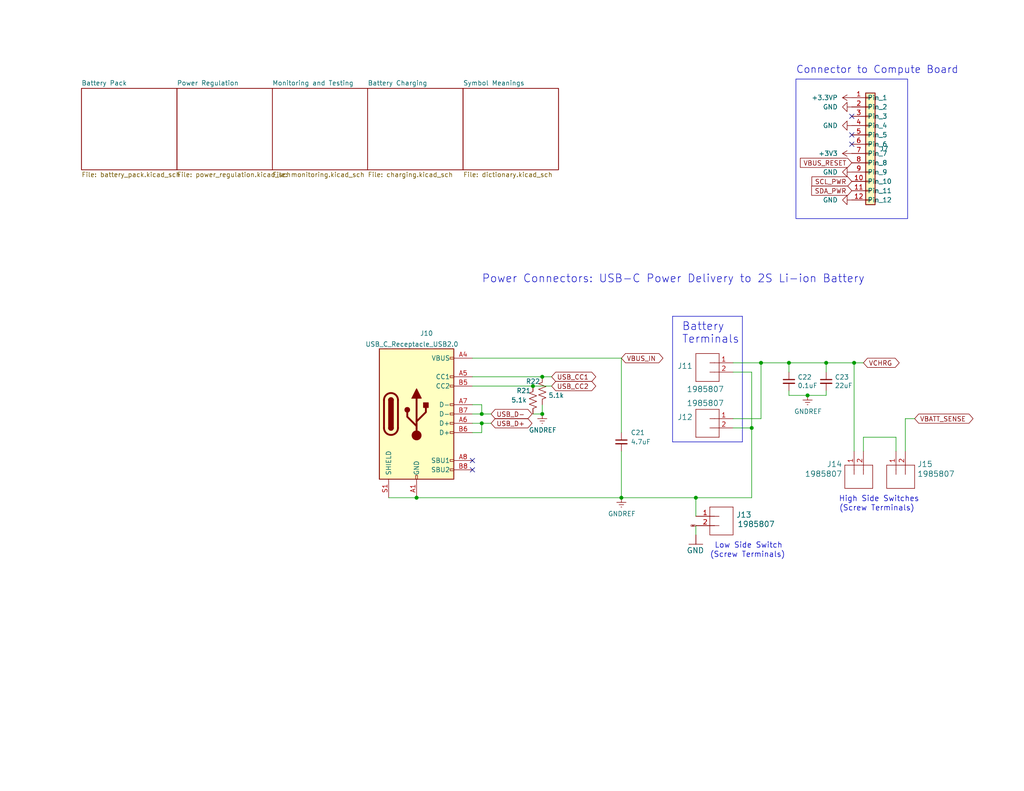
<source format=kicad_sch>
(kicad_sch (version 20230121) (generator eeschema)
  (paper "USLetter")
  (title_block (title "2S3P Power Board with Monitoring") (date "2023-10-30") (rev "v1.0") (company "TVSC") (comment 1 "See https://pycubed.org/ for details.") (comment 2 "Originally based on PyCubed Battery Board"))
  (lib_symbols
    (symbol "Connector:USB_C_Receptacle_USB2.0" (pin_names (offset 1.016))
      (property "Reference" "J" (at -10.16 19.05 0))
      (property "Value" "USB_C_Receptacle_USB2.0" (at 19.05 19.05 0))
      (symbol "USB_C_Receptacle_USB2.0_0_0"
        (rectangle (start -0.254 -17.78) (end 0.254 -16.764))
        (rectangle (start 10.16 -14.986) (end 9.144 -15.494))
        (rectangle (start 10.16 -12.446) (end 9.144 -12.954))
        (rectangle (start 10.16 -4.826) (end 9.144 -5.334))
        (rectangle (start 10.16 -2.286) (end 9.144 -2.794))
        (rectangle (start 10.16 0.254) (end 9.144 -0.254))
        (rectangle (start 10.16 2.794) (end 9.144 2.286))
        (rectangle (start 10.16 7.874) (end 9.144 7.366))
        (rectangle (start 10.16 10.414) (end 9.144 9.906))
        (rectangle (start 10.16 15.494) (end 9.144 14.986))
      )
      (symbol "USB_C_Receptacle_USB2.0_0_1"
        (rectangle (start -10.16 17.78) (end 10.16 -17.78) (stroke (width 0.254)) (fill (type background)))
        (arc (start -8.89 -3.81) (mid -6.985 -5.7067) (end -5.08 -3.81) (stroke (width 0.508)))
        (arc (start -7.62 -3.81) (mid -6.985 -4.4423) (end -6.35 -3.81) (stroke (width 0.254)))
        (arc (start -7.62 -3.81) (mid -6.985 -4.4423) (end -6.35 -3.81) (stroke (width 0.254)) (fill (type outline)))
        (rectangle (start -7.62 -3.81) (end -6.35 3.81) (stroke (width 0.254)) (fill (type outline)))
        (arc (start -6.35 3.81) (mid -6.985 4.4423) (end -7.62 3.81) (stroke (width 0.254)))
        (arc (start -6.35 3.81) (mid -6.985 4.4423) (end -7.62 3.81) (stroke (width 0.254)) (fill (type outline)))
        (arc (start -5.08 3.81) (mid -6.985 5.7067) (end -8.89 3.81) (stroke (width 0.508)))
        (circle (center -2.54 1.143) (radius 0.635) (stroke (width 0.254)) (fill (type outline)))
        (circle (center 0 -5.842) (radius 1.27) (fill (type outline)))
        (polyline (pts (xy -8.89 -3.81) (xy -8.89 3.81)) (stroke (width 0.508)))
        (polyline (pts (xy -5.08 3.81) (xy -5.08 -3.81)) (stroke (width 0.508)))
        (polyline (pts (xy 0 -5.842) (xy 0 4.318)) (stroke (width 0.508)))
        (polyline (pts (xy 0 -3.302) (xy -2.54 -0.762) (xy -2.54 0.508)) (stroke (width 0.508)))
        (polyline (pts (xy 0 -2.032) (xy 2.54 0.508) (xy 2.54 1.778)) (stroke (width 0.508)))
        (polyline (pts (xy -1.27 4.318) (xy 0 6.858) (xy 1.27 4.318) (xy -1.27 4.318)) (stroke (width 0.254)) (fill (type outline)))
        (rectangle (start 1.905 1.778) (end 3.175 3.048) (stroke (width 0.254)) (fill (type outline)))
      )
      (symbol "USB_C_Receptacle_USB2.0_1_1"
        (pin passive line (at 0 -22.86 90) (length 5.08) (name "GND") (number "A1"))
        (pin passive line (at 0 -22.86 90) (length 5.08) hide (name "GND") (number "A12"))
        (pin passive line (at 15.24 15.24 180) (length 5.08) (name "VBUS") (number "A4"))
        (pin bidirectional line (at 15.24 10.16 180) (length 5.08) (name "CC1") (number "A5"))
        (pin bidirectional line (at 15.24 -2.54 180) (length 5.08) (name "D+") (number "A6"))
        (pin bidirectional line (at 15.24 2.54 180) (length 5.08) (name "D-") (number "A7"))
        (pin bidirectional line (at 15.24 -12.7 180) (length 5.08) (name "SBU1") (number "A8"))
        (pin passive line (at 15.24 15.24 180) (length 5.08) hide (name "VBUS") (number "A9"))
        (pin passive line (at 0 -22.86 90) (length 5.08) hide (name "GND") (number "B1"))
        (pin passive line (at 0 -22.86 90) (length 5.08) hide (name "GND") (number "B12"))
        (pin passive line (at 15.24 15.24 180) (length 5.08) hide (name "VBUS") (number "B4"))
        (pin bidirectional line (at 15.24 7.62 180) (length 5.08) (name "CC2") (number "B5"))
        (pin bidirectional line (at 15.24 -5.08 180) (length 5.08) (name "D+") (number "B6"))
        (pin bidirectional line (at 15.24 0 180) (length 5.08) (name "D-") (number "B7"))
        (pin bidirectional line (at 15.24 -15.24 180) (length 5.08) (name "SBU2") (number "B8"))
        (pin passive line (at 15.24 15.24 180) (length 5.08) hide (name "VBUS") (number "B9"))
        (pin passive line (at -7.62 -22.86 90) (length 5.08) (name "SHIELD") (number "S1"))
      )
    )
    (symbol "Connectors_Molex:Molex_Pico-Lock_504050-1291_1x12-1MP_P1.50mm_Horizontal"
      (property "Reference" "J" (at 0 0 0))
      (symbol "Molex_Pico-Lock_504050-1291_1x12-1MP_P1.50mm_Horizontal_1_1"
        (rectangle (start -1.27 -15.113) (end 0 -15.367) (stroke (width 0.1524)))
        (rectangle (start -1.27 -12.573) (end 0 -12.827) (stroke (width 0.1524)))
        (rectangle (start -1.27 -10.033) (end 0 -10.287) (stroke (width 0.1524)))
        (rectangle (start -1.27 -7.493) (end 0 -7.747) (stroke (width 0.1524)))
        (rectangle (start -1.27 -4.953) (end 0 -5.207) (stroke (width 0.1524)))
        (rectangle (start -1.27 -2.413) (end 0 -2.667) (stroke (width 0.1524)))
        (rectangle (start -1.27 0.127) (end 0 -0.127) (stroke (width 0.1524)))
        (rectangle (start -1.27 2.667) (end 0 2.413) (stroke (width 0.1524)))
        (rectangle (start -1.27 5.207) (end 0 4.953) (stroke (width 0.1524)))
        (rectangle (start -1.27 7.747) (end 0 7.493) (stroke (width 0.1524)))
        (rectangle (start -1.27 10.287) (end 0 10.033) (stroke (width 0.1524)))
        (rectangle (start -1.27 12.827) (end 0 12.573) (stroke (width 0.1524)))
        (rectangle (start -1.27 13.97) (end 1.27 -16.51) (stroke (width 0.254)) (fill (type background)))
        (pin passive line (at -5.08 12.7 0) (length 3.81) (name "Pin_1") (number "1"))
        (pin passive line (at -5.08 -10.16 0) (length 3.81) (name "Pin_10") (number "10"))
        (pin passive line (at -5.08 -12.7 0) (length 3.81) (name "Pin_11") (number "11"))
        (pin passive line (at -5.08 -15.24 0) (length 3.81) (name "Pin_12") (number "12"))
        (pin passive line (at -5.08 10.16 0) (length 3.81) (name "Pin_2") (number "2"))
        (pin passive line (at -5.08 7.62 0) (length 3.81) (name "Pin_3") (number "3"))
        (pin passive line (at -5.08 5.08 0) (length 3.81) (name "Pin_4") (number "4"))
        (pin passive line (at -5.08 2.54 0) (length 3.81) (name "Pin_5") (number "5"))
        (pin passive line (at -5.08 0 0) (length 3.81) (name "Pin_6") (number "6"))
        (pin passive line (at -5.08 -2.54 0) (length 3.81) (name "Pin_7") (number "7"))
        (pin passive line (at -5.08 -5.08 0) (length 3.81) (name "Pin_8") (number "8"))
        (pin passive line (at -5.08 -7.62 0) (length 3.81) (name "Pin_9") (number "9"))
      )
    )
    (symbol "Device:C_Small" (pin_numbers hide) (pin_names (offset 0.254) hide)
      (property "Reference" "C" (at 0.254 1.778 0))
      (property "Value" "C_Small" (at 0.254 -2.032 0))
      (symbol "C_Small_0_1"
        (polyline (pts (xy -1.524 -0.508) (xy 1.524 -0.508)) (stroke (width 0.3302)))
        (polyline (pts (xy -1.524 0.508) (xy 1.524 0.508)) (stroke (width 0.3048)))
      )
      (symbol "C_Small_1_1"
        (pin passive line (at 0 2.54 270) (length 2.032) (name "~") (number "1"))
        (pin passive line (at 0 -2.54 90) (length 2.032) (name "~") (number "2"))
      )
    )
    (symbol "Device:R_US" (pin_numbers hide) (pin_names (offset 0))
      (property "Reference" "R" (at 2.54 0 90))
      (property "Value" "R_US" (at -2.54 0 90))
      (symbol "R_US_0_1"
        (polyline (pts (xy 0 -2.286) (xy 0 -2.54)))
        (polyline (pts (xy 0 2.286) (xy 0 2.54)))
        (polyline (pts (xy 0 -0.762) (xy 1.016 -1.143) (xy 0 -1.524) (xy -1.016 -1.905) (xy 0 -2.286)))
        (polyline (pts (xy 0 0.762) (xy 1.016 0.381) (xy 0 0) (xy -1.016 -0.381) (xy 0 -0.762)))
        (polyline (pts (xy 0 2.286) (xy 1.016 1.905) (xy 0 1.524) (xy -1.016 1.143) (xy 0 0.762)))
      )
      (symbol "R_US_1_1"
        (pin passive line (at 0 3.81 270) (length 1.27) (name "~") (number "1"))
        (pin passive line (at 0 -3.81 90) (length 1.27) (name "~") (number "2"))
      )
    )
    (symbol "mainboard:GND" (power) (pin_names (offset 1.016))
      (property "Value" "GND" (at -2.54 -2.54 0))
      (symbol "GND_1_0"
        (polyline (pts (xy -1.905 0) (xy 1.905 0)))
        (pin power_in line (at 0 2.54 270) (length 2.54) (name "GND") (number "1"))
      )
    )
    (symbol "mainboard:M023.5MM_LOCK" (pin_names (offset 1.016))
      (property "Reference" "JP" (at -2.54 5.842 0))
      (property "Value" "M023.5MM_LOCK" (at -2.54 -5.08 0))
      (symbol "M023.5MM_LOCK_1_0"
        (polyline (pts (xy -2.54 5.08) (xy -2.54 -2.54)))
        (polyline (pts (xy -2.54 5.08) (xy 3.81 5.08)))
        (polyline (pts (xy 1.27 0) (xy 2.54 0)))
        (polyline (pts (xy 1.27 2.54) (xy 2.54 2.54)))
        (polyline (pts (xy 3.81 -2.54) (xy -2.54 -2.54)))
        (polyline (pts (xy 3.81 -2.54) (xy 3.81 5.08)))
        (pin passive line (at 7.62 0 180) (length 5.08) (name "1") (number "1"))
        (pin passive line (at 7.62 2.54 180) (length 5.08) (name "2") (number "2"))
      )
    )
    (symbol "power:+3.3VP" (power) (pin_names (offset 0))
      (property "Value" "+3.3VP" (at 0 2.54 0))
      (symbol "+3.3VP_0_0"
        (pin power_in line (at 0 0 90) (length 0) hide (name "+3.3VP") (number "1"))
      )
      (symbol "+3.3VP_0_1"
        (polyline (pts (xy -0.762 1.27) (xy 0 2.54)))
        (polyline (pts (xy 0 0) (xy 0 2.54)))
        (polyline (pts (xy 0 2.54) (xy 0.762 1.27)))
      )
    )
    (symbol "power:+3V3" (power) (pin_names (offset 0))
      (property "Value" "+3V3" (at 0 3.556 0))
      (symbol "+3V3_0_1"
        (polyline (pts (xy -0.762 1.27) (xy 0 2.54)))
        (polyline (pts (xy 0 0) (xy 0 2.54)))
        (polyline (pts (xy 0 2.54) (xy 0.762 1.27)))
      )
      (symbol "+3V3_1_1"
        (pin power_in line (at 0 0 90) (length 0) hide (name "+3V3") (number "1"))
      )
    )
    (symbol "power:GND" (power) (pin_names (offset 0))
      (property "Value" "GND" (at 0 -3.81 0))
      (symbol "GND_0_1"
        (polyline (pts (xy 0 0) (xy 0 -1.27) (xy 1.27 -1.27) (xy 0 -2.54) (xy -1.27 -1.27) (xy 0 -1.27)))
      )
      (symbol "GND_1_1"
        (pin power_in line (at 0 0 270) (length 0) hide (name "GND") (number "1"))
      )
    )
    (symbol "power:GNDREF" (power) (pin_names (offset 0))
      (property "Value" "GNDREF" (at 0 -3.81 0))
      (symbol "GNDREF_0_1"
        (polyline (pts (xy -0.635 -1.905) (xy 0.635 -1.905)))
        (polyline (pts (xy -0.127 -2.54) (xy 0.127 -2.54)))
        (polyline (pts (xy 0 -1.27) (xy 0 0)))
        (polyline (pts (xy 1.27 -1.27) (xy -1.27 -1.27)))
      )
      (symbol "GNDREF_1_1"
        (pin power_in line (at 0 0 270) (length 0) hide (name "GNDREF") (number "1"))
      )
    )
  )
  (junction (at 189.865 135.89))
  (junction (at 215.265 99.06))
  (junction (at 147.955 113.03))
  (junction (at 205.105 116.84))
  (junction (at 145.415 105.41))
  (junction (at 169.545 135.89))
  (junction (at 233.045 99.06))
  (junction (at 131.445 115.57))
  (junction (at 131.445 113.03))
  (junction (at 113.665 135.89))
  (junction (at 225.425 99.06))
  (junction (at 147.955 102.87))
  (junction (at 220.345 107.95))
  (junction (at 207.645 99.06))
  (no_connect (at 232.41 39.37))
  (no_connect (at 128.905 125.73))
  (no_connect (at 232.41 36.83))
  (no_connect (at 232.41 31.75))
  (no_connect (at 128.905 128.27))
  (wire (pts (xy 131.445 115.57) (xy 128.905 115.57)))
  (wire (pts (xy 225.425 99.06) (xy 233.045 99.06)))
  (wire (pts (xy 215.265 99.06) (xy 225.425 99.06)))
  (wire (pts (xy 169.545 135.89) (xy 189.865 135.89)))
  (wire (pts (xy 131.445 113.03) (xy 128.905 113.03)))
  (wire (pts (xy 207.645 99.06) (xy 215.265 99.06)))
  (wire (pts (xy 207.645 99.06) (xy 207.645 114.3)))
  (wire (pts (xy 225.425 107.95) (xy 225.425 106.68)))
  (wire (pts (xy 233.045 99.06) (xy 233.045 123.19)))
  (wire (pts (xy 113.665 135.89) (xy 169.545 135.89)))
  (wire (pts (xy 131.445 110.49) (xy 131.445 113.03)))
  (wire (pts (xy 145.415 113.03) (xy 147.955 113.03)))
  (wire (pts (xy 147.955 113.03) (xy 147.955 110.49)))
  (wire (pts (xy 145.415 105.41) (xy 150.495 105.41)))
  (wire (pts (xy 189.865 140.97) (xy 189.865 135.89)))
  (wire (pts (xy 215.265 107.95) (xy 215.265 106.68)))
  (wire (pts (xy 247.015 123.19) (xy 247.015 114.3)))
  (wire (pts (xy 169.545 97.79) (xy 169.545 118.11)))
  (wire (pts (xy 244.475 119.38) (xy 244.475 123.19)))
  (wire (pts (xy 205.105 116.84) (xy 200.025 116.84)))
  (wire (pts (xy 200.025 101.6) (xy 205.105 101.6)))
  (wire (pts (xy 128.905 118.11) (xy 131.445 118.11)))
  (wire (pts (xy 205.105 101.6) (xy 205.105 116.84)))
  (wire (pts (xy 200.025 99.06) (xy 207.645 99.06)))
  (wire (pts (xy 247.015 114.3) (xy 249.555 114.3)))
  (wire (pts (xy 235.585 99.06) (xy 233.045 99.06)))
  (polyline (pts (xy 202.565 120.65) (xy 202.565 86.36)))
  (wire (pts (xy 215.265 101.6) (xy 215.265 99.06)))
  (wire (pts (xy 235.585 123.19) (xy 235.585 119.38)))
  (wire (pts (xy 106.045 135.89) (xy 113.665 135.89)))
  (polyline (pts (xy 183.515 120.65) (xy 202.565 120.65)))
  (wire (pts (xy 205.105 135.89) (xy 205.105 116.84)))
  (wire (pts (xy 128.905 110.49) (xy 131.445 110.49)))
  (polyline (pts (xy 183.515 120.65) (xy 183.515 86.36)))
  (wire (pts (xy 189.865 135.89) (xy 205.105 135.89)))
  (wire (pts (xy 235.585 119.38) (xy 244.475 119.38)))
  (wire (pts (xy 131.445 115.57) (xy 133.985 115.57)))
  (wire (pts (xy 131.445 113.03) (xy 133.985 113.03)))
  (polyline (pts (xy 183.515 86.36) (xy 202.565 86.36)))
  (wire (pts (xy 128.905 102.87) (xy 147.955 102.87)))
  (wire (pts (xy 169.545 123.19) (xy 169.545 135.89)))
  (wire (pts (xy 128.905 105.41) (xy 145.415 105.41)))
  (wire (pts (xy 169.545 97.79) (xy 128.905 97.79)))
  (wire (pts (xy 215.265 107.95) (xy 220.345 107.95)))
  (wire (pts (xy 225.425 101.6) (xy 225.425 99.06)))
  (wire (pts (xy 220.345 107.95) (xy 225.425 107.95)))
  (wire (pts (xy 200.025 114.3) (xy 207.645 114.3)))
  (wire (pts (xy 189.865 143.51) (xy 189.865 146.05)))
  (wire (pts (xy 147.955 102.87) (xy 150.495 102.87)))
  (wire (pts (xy 131.445 118.11) (xy 131.445 115.57)))
  (rectangle (start 217.17 21.59) (end 247.65 59.69))
  (text "Connector to Compute Board" (at 217.17 20.32 0) (effects (font (size 2 2)) (justify left bottom)))
  (text "(Screw Terminals)" (at 193.675 152.4 0) (effects (font (size 1.4986 1.4986)) (justify left bottom)))
  (text "Power Connectors: USB-C Power Delivery to 2S Li-ion Battery" (at 131.445 77.47 0) (effects (font (size 2.159 2.159)) (justify left bottom)))
  (text "Battery\nTerminals" (at 186.055 93.98 0) (effects (font (size 2.159 2.159)) (justify left bottom)))
  (text "High Side Switches" (at 250.825 137.16 0) (effects (font (size 1.4986 1.4986)) (justify right bottom)))
  (text "Low Side Switch" (at 194.945 149.86 0) (effects (font (size 1.4986 1.4986)) (justify left bottom)))
  (text "(Screw Terminals)" (at 249.555 139.7 0) (effects (font (size 1.4986 1.4986)) (justify right bottom)))
  (global_label "USB_CC1" (shape bidirectional) (at 150.495 102.87 0) (property "Intersheetrefs" "${INTERSHEET_REFS}" (effects hide)))
  (global_label "VBUS_RESET" (shape input) (at 232.41 44.45 180) (property "Intersheetrefs" "${INTERSHEET_REFS}" (effects hide)))
  (global_label "GND" (shape bidirectional) (at 189.865 143.51 180) (effects (font (size 0.254 0.254))) (property "Intersheetrefs" "${INTERSHEET_REFS}" (effects hide)))
  (global_label "SCL_PWR" (shape input) (at 232.41 49.53 180) (property "Intersheetrefs" "${INTERSHEET_REFS}" (effects hide)))
  (global_label "USB_CC2" (shape bidirectional) (at 150.495 105.41 0) (property "Intersheetrefs" "${INTERSHEET_REFS}" (effects hide)))
  (global_label "SDA_PWR" (shape input) (at 232.41 52.07 180) (property "Intersheetrefs" "${INTERSHEET_REFS}" (effects hide)))
  (global_label "VCHRG" (shape bidirectional) (at 235.585 99.06 0) (property "Intersheetrefs" "${INTERSHEET_REFS}" (effects hide)))
  (global_label "VBUS_IN" (shape bidirectional) (at 169.545 97.79 0) (property "Intersheetrefs" "${INTERSHEET_REFS}" (effects hide)))
  (global_label "VBATT_SENSE" (shape bidirectional) (at 249.555 114.3 0) (property "Intersheetrefs" "${INTERSHEET_REFS}" (effects hide)))
  (global_label "USB_D+" (shape bidirectional) (at 133.985 115.57 0) (property "Intersheetrefs" "${INTERSHEET_REFS}" (effects hide)))
  (global_label "USB_D-" (shape bidirectional) (at 133.985 113.03 0) (property "Intersheetrefs" "${INTERSHEET_REFS}" (effects hide)))
  (symbol (lib_id "Connectors_Molex:Molex_Pico-Lock_504050-1291_1x12-1MP_P1.50mm_Horizontal") (at 237.49 39.37 0) (unit 1)
    (property "Reference" "J7" (at 240.03 40.64 0) (effects (justify left)))
    (property "Value" "~" (at 237.49 39.37 0))
    (property "Footprint" "Connector_Molex:Molex_Pico-Lock_504050-1291_1x12-1MP_P1.50mm_Horizontal" (effects hide))
  )
  (symbol (lib_id "mainboard:M023.5MM_LOCK") (at 197.485 140.97 180) (unit 1)
    (property "Reference" "J13" (at 205.105 139.7 0) (effects (font (size 1.4986 1.4986)) (justify left bottom)))
    (property "Value" "1985807" (at 211.455 142.24 0) (effects (font (size 1.4986 1.4986)) (justify left bottom)))
    (property "Footprint" "mainboard:SCREWTERMINAL-3.5MM-2_LOCK" (effects hide))
    (property "Datasheet" "https://www.mouser.com/datasheet/2/324/4/1985807-1458929.pdf" (effects hide))
    (property "Description" "2-pin Screw Terminal - Side Entry" (effects hide))
    (property "Flight" "1985807" (effects hide))
    (property "Manufacturer" "Phoenix Contact" (effects hide))
    (property "Non-Fabricator PN" "1985807" (effects hide))
    (property "Proto" "1985807" (effects hide))
  )
  (symbol (lib_id "mainboard:GND") (at 189.865 148.59 0) (unit 1)
    (property "Reference" "#GND08" (effects hide))
    (property "Value" "GND" (at 187.325 151.13 0) (effects (font (size 1.4986 1.4986)) (justify left bottom)))
  )
  (symbol (lib_id "power:+3.3VP") (at 232.41 26.67 90) (unit 1)
    (property "Reference" "#PWR07" (effects hide))
    (property "Value" "+3.3VP" (at 228.6 26.67 90) (effects (justify left)))
  )
  (symbol (lib_id "Connector:USB_C_Receptacle_USB2.0") (at 113.665 113.03 0) (unit 1)
    (property "Reference" "J10" (at 116.3828 91.0082 0))
    (property "Value" "USB_C_Receptacle_USB2.0" (at 112.395 93.98 0))
    (property "Footprint" "mainboard:USB_C_Receptacle_XKB_U262-161N-4BVC11" (effects hide))
    (property "Datasheet" "https://datasheet.lcsc.com/szlcsc/XKB-U262-16XN-4BVC11_C319148.pdf" (effects hide))
    (property "Description" "USB Type-C Connector - Single sided" (effects hide))
    (property "Flight" "U262-161N-4BVC11" (effects hide))
    (property "Manufacturer" "XKB Connectivity" (effects hide))
    (property "Non-Fabricator PN" "U262-161N-4BVC11" (effects hide))
    (property "Proto" "U262-161N-4BVC11" (effects hide))
  )
  (symbol (lib_id "power:GND") (at 232.41 46.99 270) (unit 1)
    (property "Reference" "#PWR012" (effects hide))
    (property "Value" "GND" (at 228.6 46.99 90) (effects (justify right)))
  )
  (symbol (lib_id "mainboard:M023.5MM_LOCK") (at 192.405 99.06 0) (mirror x) (unit 1)
    (property "Reference" "J11" (at 184.785 99.06 0) (effects (font (size 1.4986 1.4986)) (justify left bottom)))
    (property "Value" "1985807" (at 187.325 105.41 0) (effects (font (size 1.4986 1.4986)) (justify left bottom)))
    (property "Footprint" "mainboard:SCREWTERMINAL-3.5MM-2_LOCK" (effects hide))
    (property "Datasheet" "https://www.mouser.com/datasheet/2/324/4/1985807-1458929.pdf" (effects hide))
    (property "Description" "2-pin Screw Terminal - Side Entry" (effects hide))
    (property "Flight" "1985807" (effects hide))
    (property "Manufacturer" "Phoenix Contact" (effects hide))
    (property "Non-Fabricator PN" "1985807" (effects hide))
    (property "Proto" "1985807" (effects hide))
  )
  (symbol (lib_id "Device:R_US") (at 145.415 109.22 0) (mirror x) (unit 1)
    (property "Reference" "R21" (at 142.875 106.68 0))
    (property "Value" "5.1k" (at 141.605 109.22 0))
    (property "Footprint" "Resistor_SMD:R_0603_1608Metric" (effects hide))
    (property "Description" "5.1k 0603" (effects hide))
  )
  (symbol (lib_id "Device:R_US") (at 147.955 106.68 0) (mirror x) (unit 1)
    (property "Reference" "R22" (at 145.415 104.14 0))
    (property "Value" "5.1k" (at 151.765 107.95 0))
    (property "Footprint" "Resistor_SMD:R_0603_1608Metric" (effects hide))
    (property "Description" "5.1k 0603" (effects hide))
  )
  (symbol (lib_id "power:+3V3") (at 232.41 41.91 90) (unit 1)
    (property "Reference" "#PWR010" (effects hide))
    (property "Value" "+3V3" (at 228.6 41.91 90) (effects (justify left)))
  )
  (symbol (lib_id "Device:C_Small") (at 169.545 120.65 0) (unit 1)
    (property "Reference" "C21" (at 172.085 118.11 0) (effects (justify left)))
    (property "Value" "4.7uF" (at 172.085 120.65 0) (effects (justify left)))
    (property "Footprint" "Capacitor_SMD:C_0603_1608Metric" (effects hide))
    (property "Description" "4.7uF +-20% 10V X5R" (effects hide))
  )
  (symbol (lib_id "mainboard:M023.5MM_LOCK") (at 244.475 130.81 270) (mirror x) (unit 1)
    (property "Reference" "J15" (at 250.2662 126.7206 90) (effects (font (size 1.4986 1.4986)) (justify left)))
    (property "Value" "1985807" (at 250.2662 129.3876 90) (effects (font (size 1.4986 1.4986)) (justify left)))
    (property "Footprint" "mainboard:SCREWTERMINAL-3.5MM-2_LOCK" (effects hide))
    (property "Datasheet" "https://www.mouser.com/datasheet/2/324/4/1985807-1458929.pdf" (effects hide))
    (property "Description" "2-pin Screw Terminal - Side Entry" (effects hide))
    (property "Flight" "1985807" (effects hide))
    (property "Manufacturer" "Phoenix Contact" (effects hide))
    (property "Non-Fabricator PN" "1985807" (effects hide))
    (property "Proto" "1985807" (effects hide))
  )
  (symbol (lib_id "power:GNDREF") (at 220.345 107.95 0) (unit 1)
    (property "Reference" "#PWR023" (effects hide))
    (property "Value" "GNDREF" (at 220.472 112.3442 0))
  )
  (symbol (lib_id "power:GND") (at 232.41 34.29 270) (unit 1)
    (property "Reference" "#PWR08" (effects hide))
    (property "Value" "GND" (at 228.6 34.29 90) (effects (justify right)))
  )
  (symbol (lib_id "Device:C_Small") (at 215.265 104.14 0) (unit 1)
    (property "Reference" "C22" (at 217.6018 102.9716 0) (effects (justify left)))
    (property "Value" "0.1uF" (at 217.6018 105.283 0) (effects (justify left)))
    (property "Footprint" "Capacitor_SMD:C_0603_1608Metric" (effects hide))
    (property "Description" "0.1uF +-10% 50V X7R 0603" (effects hide))
  )
  (symbol (lib_id "power:GNDREF") (at 169.545 135.89 0) (unit 1)
    (property "Reference" "#PWR022" (effects hide))
    (property "Value" "GNDREF" (at 169.672 140.2842 0))
  )
  (symbol (lib_id "power:GND") (at 232.41 29.21 270) (unit 1)
    (property "Reference" "#PWR06" (effects hide))
    (property "Value" "GND" (at 228.6 29.21 90) (effects (justify right)))
  )
  (symbol (lib_id "power:GND") (at 232.41 54.61 270) (unit 1)
    (property "Reference" "#PWR09" (effects hide))
    (property "Value" "GND" (at 228.6 54.61 90) (effects (justify right)))
  )
  (symbol (lib_id "power:GNDREF") (at 147.955 113.03 0) (unit 1)
    (property "Reference" "#PWR021" (effects hide))
    (property "Value" "GNDREF" (at 148.082 117.4242 0))
  )
  (symbol (lib_id "Device:C_Small") (at 225.425 104.14 0) (unit 1)
    (property "Reference" "C23" (at 227.7618 102.9716 0) (effects (justify left)))
    (property "Value" "22uF" (at 227.7618 105.283 0) (effects (justify left)))
    (property "Footprint" "Capacitor_SMD:C_0603_1608Metric" (effects hide))
    (property "Description" "22uF +-20% 10V X5R" (effects hide))
  )
  (symbol (lib_id "mainboard:M023.5MM_LOCK") (at 233.045 130.81 270) (mirror x) (unit 1)
    (property "Reference" "J14" (at 229.8192 126.7206 90) (effects (font (size 1.4986 1.4986)) (justify right)))
    (property "Value" "1985807" (at 229.8192 129.3876 90) (effects (font (size 1.4986 1.4986)) (justify right)))
    (property "Footprint" "mainboard:SCREWTERMINAL-3.5MM-2_LOCK" (effects hide))
    (property "Datasheet" "https://www.mouser.com/datasheet/2/324/4/1985807-1458929.pdf" (effects hide))
    (property "Description" "2-pin Screw Terminal - Side Entry" (effects hide))
    (property "Flight" "1985807" (effects hide))
    (property "Manufacturer" "Phoenix Contact" (effects hide))
    (property "Non-Fabricator PN" "1985807" (effects hide))
    (property "Proto" "1985807" (effects hide))
  )
  (symbol (lib_id "mainboard:M023.5MM_LOCK") (at 192.405 114.3 0) (mirror x) (unit 1)
    (property "Reference" "J12" (at 184.785 113.03 0) (effects (font (size 1.4986 1.4986)) (justify left bottom)))
    (property "Value" "1985807" (at 187.325 109.22 0) (effects (font (size 1.4986 1.4986)) (justify left bottom)))
    (property "Footprint" "mainboard:SCREWTERMINAL-3.5MM-2_LOCK" (effects hide))
    (property "Datasheet" "https://www.mouser.com/datasheet/2/324/4/1985807-1458929.pdf" (effects hide))
    (property "Description" "2-pin Screw Terminal - Side Entry" (effects hide))
    (property "Flight" "1985807" (effects hide))
    (property "Manufacturer" "Phoenix Contact" (effects hide))
    (property "Non-Fabricator PN" "1985807" (effects hide))
    (property "Proto" "1985807" (effects hide))
  )
  (sheet (at 126.365 24.13) (size 26.035 22.225) (stroke (width 0.1524))
    (property "Sheetname" "Symbol Meanings" (at 126.365 23.4184 0) (effects (justify left bottom)))
    (property "Sheetfile" "dictionary.kicad_sch" (at 126.365 46.9396 0) (effects (justify left top)))
  )
  (sheet (at 100.33 24.13) (size 26.035 22.225) (stroke (width 0.1524))
    (property "Sheetname" "Battery Charging" (at 100.33 23.4184 0) (effects (justify left bottom)))
    (property "Sheetfile" "charging.kicad_sch" (at 100.33 46.9396 0) (effects (justify left top)))
  )
  (sheet (at 74.295 24.13) (size 26.035 22.225) (stroke (width 0.1524))
    (property "Sheetname" "Monitoring and Testing" (at 74.295 23.4184 0) (effects (justify left bottom)))
    (property "Sheetfile" "monitoring.kicad_sch" (at 74.295 46.9396 0) (effects (justify left top)))
  )
  (sheet (at 48.26 24.13) (size 26.035 22.225) (stroke (width 0.1524))
    (property "Sheetname" "Power Regulation" (at 48.26 23.4184 0) (effects (justify left bottom)))
    (property "Sheetfile" "power_regulation.kicad_sch" (at 48.26 46.9396 0) (effects (justify left top)))
  )
  (sheet (at 22.225 24.13) (size 26.035 22.225) (stroke (width 0.1524))
    (property "Sheetname" "Battery Pack" (at 22.225 23.4184 0) (effects (justify left bottom)))
    (property "Sheetfile" "battery_pack.kicad_sch" (at 22.225 46.9396 0) (effects (justify left top)))
  )
)
</source>
